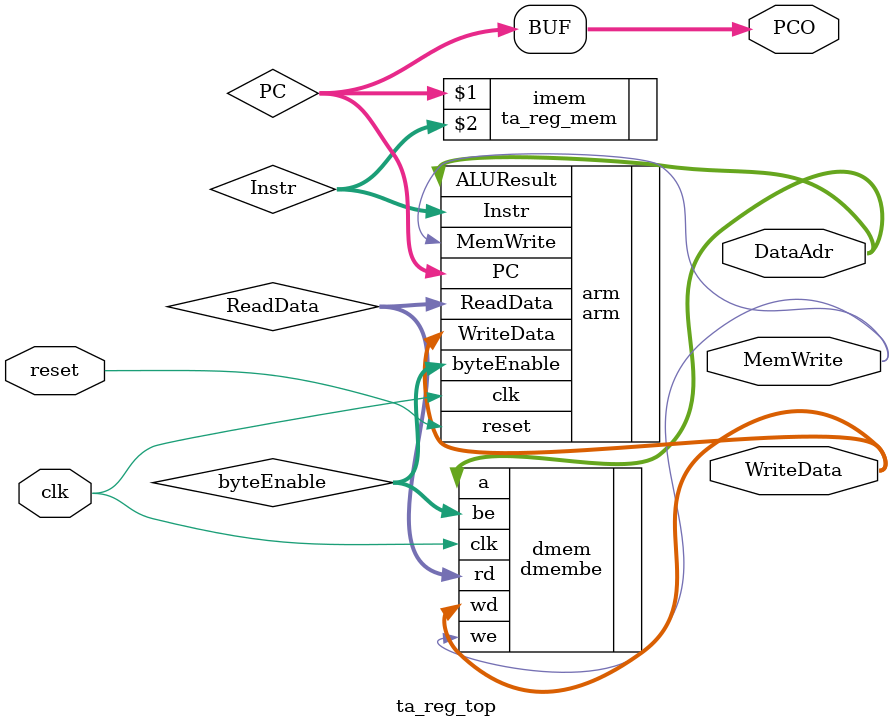
<source format=sv>
module ta_reg_top(
    input  logic clk, reset,
    output logic [31:0] DataAdr,
    output logic [31:0] WriteData,
    output logic MemWrite,
	output logic [31:0] PCO
    );

    logic [31:0] PC, Instr, ReadData;
	logic [3:0] byteEnable;
	assign PCO = PC;

    // instantiate processor and memories
    arm  arm(.clk(clk), .reset(reset), .PC(PC), .Instr(Instr), .MemWrite(MemWrite), 
				.ALUResult(DataAdr), .WriteData(WriteData), .ReadData(ReadData), .byteEnable(byteEnable));
    
    ta_reg_mem imem(PC, Instr);	
	
    dmembe dmem(.clk(clk), .we(MemWrite), .be(byteEnable), .a(DataAdr), .wd(WriteData), .rd(ReadData));
    
endmodule

</source>
